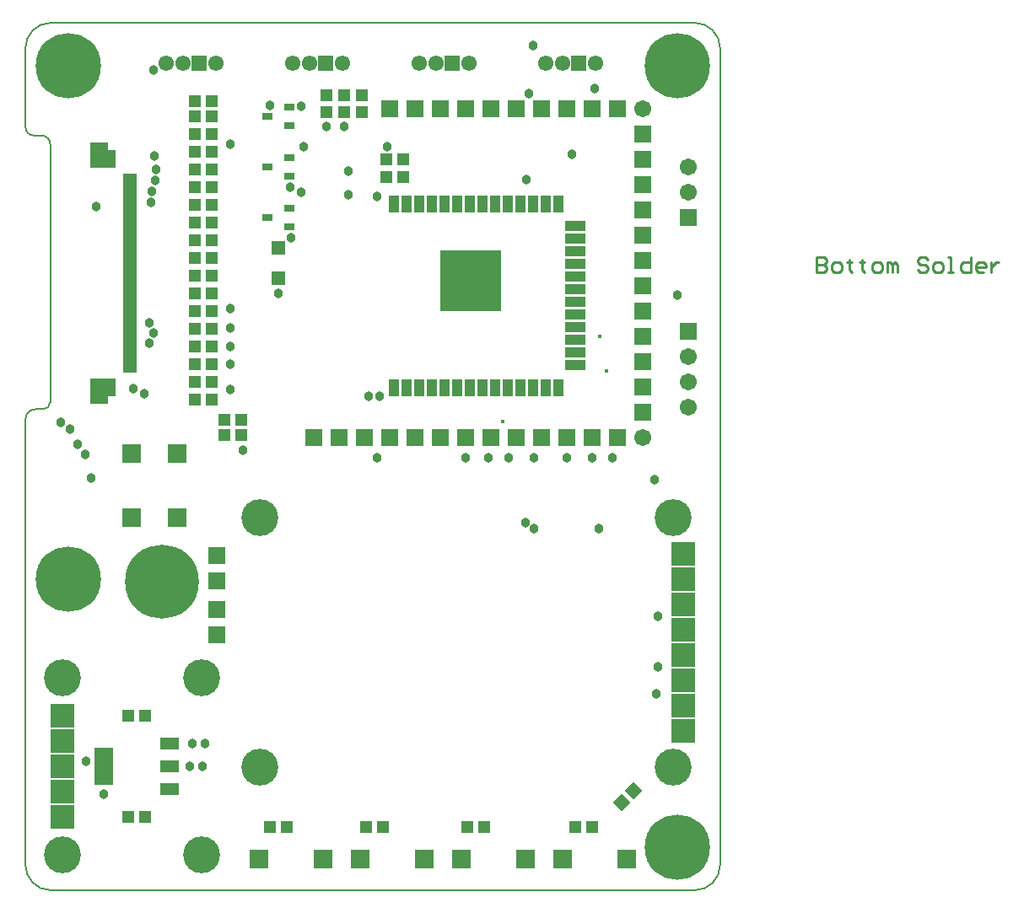
<source format=gbs>
G04 Layer_Color=16711935*
%FSLAX25Y25*%
%MOIN*%
G70*
G01*
G75*
%ADD13C,0.00800*%
%ADD16C,0.01000*%
%ADD17C,0.00799*%
%ADD50R,0.05131X0.04737*%
%ADD51R,0.09686X0.09686*%
%ADD52C,0.14579*%
%ADD53C,0.06100*%
%ADD54R,0.06100X0.06100*%
%ADD55R,0.06706X0.06706*%
%ADD56R,0.09687X0.09687*%
%ADD57R,0.07600X0.07600*%
%ADD58C,0.06706*%
%ADD59R,0.06706X0.06706*%
%ADD60C,0.25800*%
%ADD61R,0.07600X0.07600*%
%ADD62C,0.29200*%
%ADD63C,0.01500*%
%ADD64C,0.03800*%
%ADD65R,0.04147X0.03162*%
%ADD66R,0.05328X0.05603*%
%ADD67R,0.04343X0.06706*%
%ADD68R,0.08280X0.04343*%
%ADD69R,0.08280X0.04343*%
%ADD70R,0.24422X0.24422*%
%ADD71R,0.07690X0.05131*%
%ADD72R,0.07690X0.05131*%
%ADD73R,0.07690X0.14579*%
G04:AMPARAMS|DCode=74|XSize=47.37mil|YSize=51.31mil|CornerRadius=0mil|HoleSize=0mil|Usage=FLASHONLY|Rotation=135.000|XOffset=0mil|YOffset=0mil|HoleType=Round|Shape=Rectangle|*
%AMROTATEDRECTD74*
4,1,4,0.03489,0.00139,-0.00139,-0.03489,-0.03489,-0.00139,0.00139,0.03489,0.03489,0.00139,0.0*
%
%ADD74ROTATEDRECTD74*%

%ADD75R,0.04737X0.05131*%
%ADD76R,0.05524X0.01981*%
G36*
X35752Y71878D02*
X32602D01*
Y68728D01*
X25516D01*
Y78965D01*
X35752D01*
Y71878D01*
D02*
G37*
G36*
X32602Y169122D02*
X35752D01*
Y162035D01*
X25516D01*
Y172272D01*
X32602D01*
Y169122D01*
D02*
G37*
D13*
X264500Y-123500D02*
G03*
X274500Y-113500I0J10000D01*
G01*
X274500Y209500D02*
G03*
X264500Y219500I-10000J0D01*
G01*
X10000Y219500D02*
G03*
X0Y209500I0J-10000D01*
G01*
Y-113500D02*
G03*
X10000Y-123500I10000J0D01*
G01*
X0Y178300D02*
G03*
X3400Y174900I3400J0D01*
G01*
X9800Y171500D02*
G03*
X6400Y174900I-3400J0D01*
G01*
X4000Y66700D02*
G03*
X0Y62700I0J-4000D01*
G01*
X7000Y66700D02*
G03*
X9800Y69500I0J2800D01*
G01*
X274500Y-113500D02*
Y209500D01*
X10000Y-123500D02*
X264500D01*
X0Y-113500D02*
Y62700D01*
X9800Y69500D02*
Y171500D01*
X0Y178300D02*
Y209500D01*
D16*
X312725Y126841D02*
Y120843D01*
X315724D01*
X316723Y121842D01*
Y122842D01*
X315724Y123842D01*
X312725D01*
X315724D01*
X316723Y124841D01*
Y125841D01*
X315724Y126841D01*
X312725D01*
X319722Y120843D02*
X321722D01*
X322722Y121842D01*
Y123842D01*
X321722Y124841D01*
X319722D01*
X318723Y123842D01*
Y121842D01*
X319722Y120843D01*
X325721Y125841D02*
Y124841D01*
X324721D01*
X326720D01*
X325721D01*
Y121842D01*
X326720Y120843D01*
X330719Y125841D02*
Y124841D01*
X329719D01*
X331719D01*
X330719D01*
Y121842D01*
X331719Y120843D01*
X335717D02*
X337717D01*
X338716Y121842D01*
Y123842D01*
X337717Y124841D01*
X335717D01*
X334718Y123842D01*
Y121842D01*
X335717Y120843D01*
X340716D02*
Y124841D01*
X341715D01*
X342715Y123842D01*
Y120843D01*
Y123842D01*
X343715Y124841D01*
X344714Y123842D01*
Y120843D01*
X356711Y125841D02*
X355711Y126841D01*
X353711D01*
X352712Y125841D01*
Y124841D01*
X353711Y123842D01*
X355711D01*
X356711Y122842D01*
Y121842D01*
X355711Y120843D01*
X353711D01*
X352712Y121842D01*
X359710Y120843D02*
X361709D01*
X362708Y121842D01*
Y123842D01*
X361709Y124841D01*
X359710D01*
X358710Y123842D01*
Y121842D01*
X359710Y120843D01*
X364708D02*
X366707D01*
X365708D01*
Y126841D01*
X364708D01*
X373705D02*
Y120843D01*
X370706D01*
X369706Y121842D01*
Y123842D01*
X370706Y124841D01*
X373705D01*
X378703Y120843D02*
X376704D01*
X375704Y121842D01*
Y123842D01*
X376704Y124841D01*
X378703D01*
X379703Y123842D01*
Y122842D01*
X375704D01*
X381702Y124841D02*
Y120843D01*
Y122842D01*
X382702Y123842D01*
X383702Y124841D01*
X384701D01*
D17*
X10000Y219500D02*
X264500D01*
X3400Y174900D02*
X6400D01*
X4000Y66700D02*
X7000D01*
D50*
X103347Y-98500D02*
D03*
X96653D02*
D03*
X73535Y168500D02*
D03*
X66843D02*
D03*
X73535Y175500D02*
D03*
X66843D02*
D03*
X141347Y-98500D02*
D03*
X134653D02*
D03*
X142654Y165500D02*
D03*
X149346D02*
D03*
X85347Y56500D02*
D03*
X78654D02*
D03*
X85347Y62500D02*
D03*
X78654D02*
D03*
X66843Y77500D02*
D03*
X73535D02*
D03*
X73535Y182500D02*
D03*
X66843D02*
D03*
X73535Y188500D02*
D03*
X66843D02*
D03*
X73535Y84500D02*
D03*
X66843D02*
D03*
X73535Y91500D02*
D03*
X66843D02*
D03*
X73535Y98500D02*
D03*
X66843D02*
D03*
X73535Y105500D02*
D03*
X66843D02*
D03*
Y133500D02*
D03*
X73535D02*
D03*
Y147500D02*
D03*
X66843D02*
D03*
X73535Y154500D02*
D03*
X66843D02*
D03*
X73535Y161500D02*
D03*
X66843D02*
D03*
X66843Y70500D02*
D03*
X73535D02*
D03*
X66843Y112500D02*
D03*
X73535D02*
D03*
X66843Y119500D02*
D03*
X73535D02*
D03*
X66843Y126500D02*
D03*
X73535D02*
D03*
X66843Y140500D02*
D03*
X73535D02*
D03*
X149346Y158500D02*
D03*
X142654D02*
D03*
X47346Y-54500D02*
D03*
X40653D02*
D03*
X47346Y-94500D02*
D03*
X40653D02*
D03*
X174653Y-98500D02*
D03*
X181346D02*
D03*
X223847D02*
D03*
X217154D02*
D03*
D51*
X14500Y-74500D02*
D03*
Y-94500D02*
D03*
Y-84500D02*
D03*
Y-54500D02*
D03*
Y-64500D02*
D03*
D52*
Y-109500D02*
D03*
Y-39500D02*
D03*
X69500Y-109500D02*
D03*
Y-39500D02*
D03*
X256063Y-74713D02*
D03*
X92677D02*
D03*
Y23713D02*
D03*
X256063D02*
D03*
D53*
X205539Y203500D02*
D03*
X212134D02*
D03*
X225224D02*
D03*
X175224D02*
D03*
X162134D02*
D03*
X155539D02*
D03*
X105539D02*
D03*
X112134D02*
D03*
X125224D02*
D03*
X75224D02*
D03*
X62134D02*
D03*
X55539D02*
D03*
D54*
X218630D02*
D03*
X168630D02*
D03*
X118630D02*
D03*
X68630D02*
D03*
D55*
X75500Y-12500D02*
D03*
Y9000D02*
D03*
Y-22500D02*
D03*
Y-1000D02*
D03*
X194000Y185500D02*
D03*
X234000D02*
D03*
X262000Y142500D02*
D03*
Y97500D02*
D03*
X144000Y55500D02*
D03*
X154000D02*
D03*
X164000D02*
D03*
X184000D02*
D03*
X194000D02*
D03*
X204000D02*
D03*
X214000D02*
D03*
X244000Y155500D02*
D03*
Y175500D02*
D03*
Y115500D02*
D03*
Y95500D02*
D03*
X124000Y55500D02*
D03*
X174000Y185500D02*
D03*
X184000D02*
D03*
X244000Y85500D02*
D03*
Y165500D02*
D03*
D56*
X260000Y9500D02*
D03*
Y-500D02*
D03*
Y-10500D02*
D03*
Y-20500D02*
D03*
Y-30500D02*
D03*
Y-40500D02*
D03*
Y-50500D02*
D03*
Y-60500D02*
D03*
D57*
X237598Y-111000D02*
D03*
X212402D02*
D03*
X132402D02*
D03*
X157598D02*
D03*
X92402D02*
D03*
X117598D02*
D03*
X197598D02*
D03*
X172402D02*
D03*
D58*
X262000Y162500D02*
D03*
Y152500D02*
D03*
Y87500D02*
D03*
Y77500D02*
D03*
Y67500D02*
D03*
X244000Y55500D02*
D03*
Y185500D02*
D03*
D59*
X174000Y55500D02*
D03*
X244000Y65500D02*
D03*
Y75500D02*
D03*
X114000Y55500D02*
D03*
X134000D02*
D03*
X164000Y185500D02*
D03*
X154000D02*
D03*
X224000Y55500D02*
D03*
X144000Y185500D02*
D03*
X244000Y145500D02*
D03*
Y135500D02*
D03*
Y125500D02*
D03*
Y105500D02*
D03*
X234000Y55500D02*
D03*
X204000Y185500D02*
D03*
X214000D02*
D03*
X224000D02*
D03*
D60*
X17000Y-500D02*
D03*
Y202500D02*
D03*
X257500Y-106500D02*
D03*
Y202500D02*
D03*
D61*
X60000Y23902D02*
D03*
Y49098D02*
D03*
X42000Y49098D02*
D03*
Y23902D02*
D03*
D62*
X54000Y-1500D02*
D03*
D63*
X188500Y62000D02*
D03*
X227000Y95500D02*
D03*
X229500Y82000D02*
D03*
D64*
X199000Y191500D02*
D03*
X49000Y93000D02*
D03*
X50500Y97000D02*
D03*
X49000Y101000D02*
D03*
X42500Y75000D02*
D03*
X81000Y106500D02*
D03*
Y99000D02*
D03*
Y74500D02*
D03*
Y84500D02*
D03*
Y91500D02*
D03*
Y171500D02*
D03*
X105000Y134500D02*
D03*
X28000Y147000D02*
D03*
X51500Y161500D02*
D03*
X49500Y148500D02*
D03*
X47000Y73000D02*
D03*
X51309Y157100D02*
D03*
X50000Y153000D02*
D03*
X51000Y167000D02*
D03*
X23500Y49000D02*
D03*
X20500Y53000D02*
D03*
X26000Y39500D02*
D03*
X66000Y-65500D02*
D03*
X50500Y201000D02*
D03*
X191000Y47500D02*
D03*
X232000D02*
D03*
X249300Y-45900D02*
D03*
X248500Y39000D02*
D03*
X224000Y47500D02*
D03*
X214000D02*
D03*
X183000D02*
D03*
X201000D02*
D03*
X174000D02*
D03*
X250000Y-15000D02*
D03*
X139000Y47500D02*
D03*
X110000Y170500D02*
D03*
X96500Y187000D02*
D03*
X135500Y72000D02*
D03*
X140000D02*
D03*
X100000Y112500D02*
D03*
X104500Y154500D02*
D03*
X139000Y151000D02*
D03*
X143000Y170500D02*
D03*
X127500Y161000D02*
D03*
Y151500D02*
D03*
X257500Y112000D02*
D03*
X14000Y61500D02*
D03*
X17500Y59000D02*
D03*
X216000Y167500D02*
D03*
X198000Y157500D02*
D03*
X109000Y186500D02*
D03*
Y152500D02*
D03*
X86000Y50500D02*
D03*
X126000Y178500D02*
D03*
X119000D02*
D03*
X24000Y-72500D02*
D03*
X31000Y-85500D02*
D03*
X71000Y-65500D02*
D03*
X70000Y-74500D02*
D03*
X65000D02*
D03*
X250000Y-35000D02*
D03*
X200600Y210600D02*
D03*
X225000Y193500D02*
D03*
X197500Y22000D02*
D03*
X201000Y19500D02*
D03*
X226500D02*
D03*
D65*
X95768Y182500D02*
D03*
X104232Y178760D02*
D03*
Y186240D02*
D03*
Y146240D02*
D03*
Y138760D02*
D03*
X95768Y142500D02*
D03*
X104232Y166240D02*
D03*
Y158760D02*
D03*
X95768Y162500D02*
D03*
D66*
X100000Y118398D02*
D03*
Y130602D02*
D03*
D67*
X145658Y147914D02*
D03*
X150658D02*
D03*
X155658D02*
D03*
X160658D02*
D03*
X165658D02*
D03*
X170658D02*
D03*
X175658D02*
D03*
X180658D02*
D03*
X185658D02*
D03*
X190658D02*
D03*
X195658D02*
D03*
X200658D02*
D03*
X205658D02*
D03*
X210658D02*
D03*
Y75044D02*
D03*
X205658D02*
D03*
X200658D02*
D03*
X195658D02*
D03*
X190658D02*
D03*
X185658D02*
D03*
X180658D02*
D03*
X175658D02*
D03*
X170658D02*
D03*
X165658D02*
D03*
X160658D02*
D03*
X155658D02*
D03*
X150658D02*
D03*
X145658D02*
D03*
D68*
X217410Y139036D02*
D03*
Y134036D02*
D03*
Y129036D02*
D03*
Y124036D02*
D03*
Y119036D02*
D03*
Y114036D02*
D03*
Y109036D02*
D03*
Y104036D02*
D03*
Y99036D02*
D03*
Y94036D02*
D03*
D69*
Y89036D02*
D03*
Y84036D02*
D03*
D70*
X176000Y117500D02*
D03*
D71*
X56992Y-65445D02*
D03*
D72*
Y-74500D02*
D03*
Y-83555D02*
D03*
D73*
X31008Y-74500D02*
D03*
D74*
X240366Y-84134D02*
D03*
X235634Y-88866D02*
D03*
D75*
X119000Y184153D02*
D03*
Y190847D02*
D03*
X126000Y184153D02*
D03*
Y190847D02*
D03*
X133000Y190847D02*
D03*
Y184153D02*
D03*
D76*
X41264Y158886D02*
D03*
Y156917D02*
D03*
Y154949D02*
D03*
Y152980D02*
D03*
Y151012D02*
D03*
Y149043D02*
D03*
Y147075D02*
D03*
Y145106D02*
D03*
Y143138D02*
D03*
Y141169D02*
D03*
Y139201D02*
D03*
Y137232D02*
D03*
Y135264D02*
D03*
Y133295D02*
D03*
Y131327D02*
D03*
Y129358D02*
D03*
Y127390D02*
D03*
Y125421D02*
D03*
Y123453D02*
D03*
Y121484D02*
D03*
Y119516D02*
D03*
Y117547D02*
D03*
Y115579D02*
D03*
Y113610D02*
D03*
Y111642D02*
D03*
Y109673D02*
D03*
Y107705D02*
D03*
Y105736D02*
D03*
Y103768D02*
D03*
Y101799D02*
D03*
Y99831D02*
D03*
Y97862D02*
D03*
Y95894D02*
D03*
Y93925D02*
D03*
Y91957D02*
D03*
Y89988D02*
D03*
Y88020D02*
D03*
Y86051D02*
D03*
Y84083D02*
D03*
Y82114D02*
D03*
M02*

</source>
